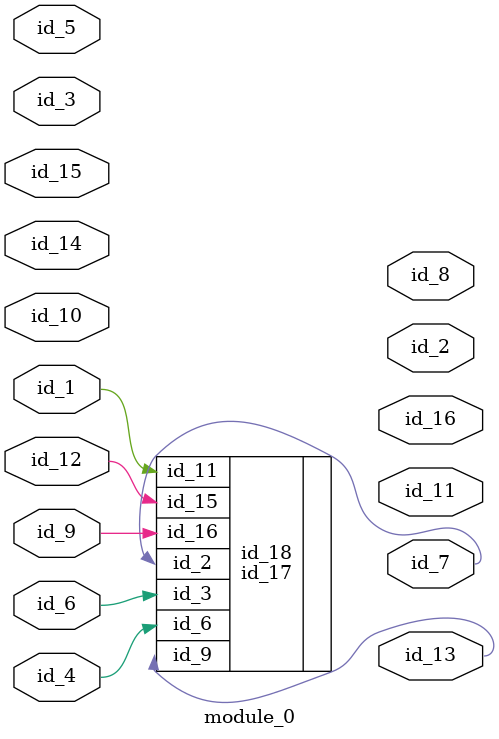
<source format=v>
module module_0 (
    id_1,
    id_2,
    id_3,
    id_4,
    id_5,
    id_6,
    id_7,
    id_8,
    id_9,
    id_10,
    id_11,
    id_12,
    id_13,
    id_14,
    id_15,
    id_16
);
  output id_16;
  input id_15;
  input id_14;
  output id_13;
  input id_12;
  output id_11;
  input id_10;
  input id_9;
  output id_8;
  output id_7;
  input id_6;
  input id_5;
  input id_4;
  input id_3;
  output id_2;
  input id_1;
  id_17 id_18 (
      .id_6 (id_4),
      .id_11(id_3),
      .id_16(id_9),
      .id_15(id_12),
      .id_3 (id_12),
      .id_9 (id_13),
      .id_3 (id_6),
      .id_2 ((id_7)),
      .id_11(id_1)
  );
endmodule

</source>
